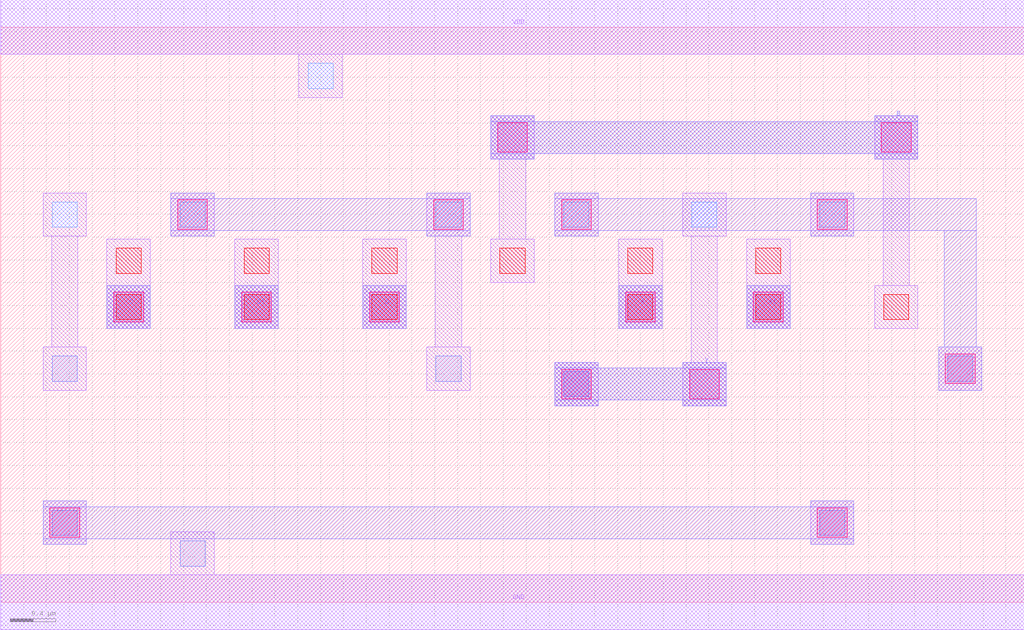
<source format=lef>
MACRO AOAAOI2112
 CLASS CORE ;
 FOREIGN AOAAOI2112 0 0 ;
 SIZE 8.96 BY 5.04 ;
 ORIGIN 0 0 ;
 SYMMETRY X Y R90 ;
 SITE unit ;
  PIN VDD
   DIRECTION INOUT ;
   USE POWER ;
   SHAPE ABUTMENT ;
    PORT
     CLASS CORE ;
       LAYER met1 ;
        RECT 0.00000000 4.80000000 8.96000000 5.28000000 ;
    END
  END VDD

  PIN GND
   DIRECTION INOUT ;
   USE POWER ;
   SHAPE ABUTMENT ;
    PORT
     CLASS CORE ;
       LAYER met1 ;
        RECT 0.00000000 -0.24000000 8.96000000 0.24000000 ;
    END
  END GND

  PIN Y
   DIRECTION INOUT ;
   USE SIGNAL ;
   SHAPE ABUTMENT ;
    PORT
     CLASS CORE ;
       LAYER met2 ;
        RECT 4.85000000 1.72200000 5.23000000 1.77200000 ;
        RECT 5.97000000 1.72200000 6.35000000 1.77200000 ;
        RECT 4.85000000 1.77200000 6.35000000 2.05200000 ;
        RECT 4.85000000 2.05200000 5.23000000 2.10200000 ;
        RECT 5.97000000 2.05200000 6.35000000 2.10200000 ;
    END
  END Y

  PIN C
   DIRECTION INOUT ;
   USE SIGNAL ;
   SHAPE ABUTMENT ;
    PORT
     CLASS CORE ;
       LAYER met2 ;
        RECT 0.93000000 2.39700000 1.31000000 2.77700000 ;
    END
  END C

  PIN B
   DIRECTION INOUT ;
   USE SIGNAL ;
   SHAPE ABUTMENT ;
    PORT
     CLASS CORE ;
       LAYER met2 ;
        RECT 4.29000000 3.88200000 4.67000000 3.93200000 ;
        RECT 7.65000000 3.88200000 8.03000000 3.93200000 ;
        RECT 4.29000000 3.93200000 8.03000000 4.21200000 ;
        RECT 4.29000000 4.21200000 4.67000000 4.26200000 ;
        RECT 7.65000000 4.21200000 8.03000000 4.26200000 ;
    END
  END B

  PIN A
   DIRECTION INOUT ;
   USE SIGNAL ;
   SHAPE ABUTMENT ;
    PORT
     CLASS CORE ;
       LAYER met2 ;
        RECT 5.41000000 2.39700000 5.79000000 2.77700000 ;
    END
  END A

  PIN A1
   DIRECTION INOUT ;
   USE SIGNAL ;
   SHAPE ABUTMENT ;
    PORT
     CLASS CORE ;
       LAYER met2 ;
        RECT 6.53000000 2.39700000 6.91000000 2.77700000 ;
    END
  END A1

  PIN D
   DIRECTION INOUT ;
   USE SIGNAL ;
   SHAPE ABUTMENT ;
    PORT
     CLASS CORE ;
       LAYER met2 ;
        RECT 3.17000000 2.39700000 3.55000000 2.77700000 ;
    END
  END D

  PIN D1
   DIRECTION INOUT ;
   USE SIGNAL ;
   SHAPE ABUTMENT ;
    PORT
     CLASS CORE ;
       LAYER met2 ;
        RECT 2.05000000 2.39700000 2.43000000 2.77700000 ;
    END
  END D1

 OBS
    LAYER polycont ;
     RECT 1.01000000 2.47700000 1.23000000 2.69700000 ;
     RECT 2.13000000 2.47700000 2.35000000 2.69700000 ;
     RECT 3.25000000 2.47700000 3.47000000 2.69700000 ;
     RECT 5.49000000 2.47700000 5.71000000 2.69700000 ;
     RECT 6.61000000 2.47700000 6.83000000 2.69700000 ;
     RECT 7.73000000 2.47700000 7.95000000 2.69700000 ;
     RECT 1.01000000 2.88200000 1.23000000 3.10200000 ;
     RECT 2.13000000 2.88200000 2.35000000 3.10200000 ;
     RECT 3.25000000 2.88200000 3.47000000 3.10200000 ;
     RECT 4.37000000 2.88200000 4.59000000 3.10200000 ;
     RECT 5.49000000 2.88200000 5.71000000 3.10200000 ;
     RECT 6.61000000 2.88200000 6.83000000 3.10200000 ;

    LAYER pdiffc ;
     RECT 0.45000000 3.28700000 0.67000000 3.50700000 ;
     RECT 1.57000000 3.28700000 1.79000000 3.50700000 ;
     RECT 3.81000000 3.28700000 4.03000000 3.50700000 ;
     RECT 4.93000000 3.28700000 5.15000000 3.50700000 ;
     RECT 6.05000000 3.28700000 6.27000000 3.50700000 ;
     RECT 7.17000000 3.28700000 7.39000000 3.50700000 ;
     RECT 2.69000000 4.50200000 2.91000000 4.72200000 ;

    LAYER ndiffc ;
     RECT 1.57000000 0.31700000 1.79000000 0.53700000 ;
     RECT 0.45000000 0.58700000 0.67000000 0.80700000 ;
     RECT 7.17000000 0.58700000 7.39000000 0.80700000 ;
     RECT 4.93000000 1.80200000 5.15000000 2.02200000 ;
     RECT 0.45000000 1.93700000 0.67000000 2.15700000 ;
     RECT 3.81000000 1.93700000 4.03000000 2.15700000 ;
     RECT 8.29000000 1.93700000 8.51000000 2.15700000 ;

    LAYER met1 ;
     RECT 0.00000000 -0.24000000 8.96000000 0.24000000 ;
     RECT 1.49000000 0.24000000 1.87000000 0.61700000 ;
     RECT 0.37000000 0.50700000 0.75000000 0.88700000 ;
     RECT 7.09000000 0.50700000 7.47000000 0.88700000 ;
     RECT 4.85000000 1.72200000 5.23000000 2.10200000 ;
     RECT 8.21000000 1.85700000 8.59000000 2.23700000 ;
     RECT 0.93000000 2.39700000 1.31000000 3.18200000 ;
     RECT 2.05000000 2.39700000 2.43000000 3.18200000 ;
     RECT 3.17000000 2.39700000 3.55000000 3.18200000 ;
     RECT 5.41000000 2.39700000 5.79000000 3.18200000 ;
     RECT 6.53000000 2.39700000 6.91000000 3.18200000 ;
     RECT 0.37000000 1.85700000 0.75000000 2.23700000 ;
     RECT 0.44500000 2.23700000 0.67500000 3.20700000 ;
     RECT 0.37000000 3.20700000 0.75000000 3.58700000 ;
     RECT 1.49000000 3.20700000 1.87000000 3.58700000 ;
     RECT 3.73000000 1.85700000 4.11000000 2.23700000 ;
     RECT 3.80500000 2.23700000 4.03500000 3.20700000 ;
     RECT 3.73000000 3.20700000 4.11000000 3.58700000 ;
     RECT 4.85000000 3.20700000 5.23000000 3.58700000 ;
     RECT 5.97000000 1.72200000 6.35000000 2.10200000 ;
     RECT 6.04500000 2.10200000 6.27500000 3.20700000 ;
     RECT 5.97000000 3.20700000 6.35000000 3.58700000 ;
     RECT 7.09000000 3.20700000 7.47000000 3.58700000 ;
     RECT 4.29000000 2.80200000 4.67000000 3.18200000 ;
     RECT 4.36500000 3.18200000 4.59500000 3.88200000 ;
     RECT 4.29000000 3.88200000 4.67000000 4.26200000 ;
     RECT 7.65000000 2.39700000 8.03000000 2.77700000 ;
     RECT 7.72500000 2.77700000 7.95500000 3.88200000 ;
     RECT 7.65000000 3.88200000 8.03000000 4.26200000 ;
     RECT 2.61000000 4.42200000 2.99000000 4.80000000 ;
     RECT 0.00000000 4.80000000 8.96000000 5.28000000 ;

    LAYER via1 ;
     RECT 0.43000000 0.56700000 0.69000000 0.82700000 ;
     RECT 7.15000000 0.56700000 7.41000000 0.82700000 ;
     RECT 4.91000000 1.78200000 5.17000000 2.04200000 ;
     RECT 6.03000000 1.78200000 6.29000000 2.04200000 ;
     RECT 8.27000000 1.91700000 8.53000000 2.17700000 ;
     RECT 0.99000000 2.45700000 1.25000000 2.71700000 ;
     RECT 2.11000000 2.45700000 2.37000000 2.71700000 ;
     RECT 3.23000000 2.45700000 3.49000000 2.71700000 ;
     RECT 5.47000000 2.45700000 5.73000000 2.71700000 ;
     RECT 6.59000000 2.45700000 6.85000000 2.71700000 ;
     RECT 1.55000000 3.26700000 1.81000000 3.52700000 ;
     RECT 3.79000000 3.26700000 4.05000000 3.52700000 ;
     RECT 4.91000000 3.26700000 5.17000000 3.52700000 ;
     RECT 7.15000000 3.26700000 7.41000000 3.52700000 ;
     RECT 4.35000000 3.94200000 4.61000000 4.20200000 ;
     RECT 7.71000000 3.94200000 7.97000000 4.20200000 ;

    LAYER met2 ;
     RECT 0.37000000 0.50700000 0.75000000 0.55700000 ;
     RECT 7.09000000 0.50700000 7.47000000 0.55700000 ;
     RECT 0.37000000 0.55700000 7.47000000 0.83700000 ;
     RECT 0.37000000 0.83700000 0.75000000 0.88700000 ;
     RECT 7.09000000 0.83700000 7.47000000 0.88700000 ;
     RECT 4.85000000 1.72200000 5.23000000 1.77200000 ;
     RECT 5.97000000 1.72200000 6.35000000 1.77200000 ;
     RECT 4.85000000 1.77200000 6.35000000 2.05200000 ;
     RECT 4.85000000 2.05200000 5.23000000 2.10200000 ;
     RECT 5.97000000 2.05200000 6.35000000 2.10200000 ;
     RECT 0.93000000 2.39700000 1.31000000 2.77700000 ;
     RECT 2.05000000 2.39700000 2.43000000 2.77700000 ;
     RECT 3.17000000 2.39700000 3.55000000 2.77700000 ;
     RECT 5.41000000 2.39700000 5.79000000 2.77700000 ;
     RECT 6.53000000 2.39700000 6.91000000 2.77700000 ;
     RECT 1.49000000 3.20700000 1.87000000 3.25700000 ;
     RECT 3.73000000 3.20700000 4.11000000 3.25700000 ;
     RECT 1.49000000 3.25700000 4.11000000 3.53700000 ;
     RECT 1.49000000 3.53700000 1.87000000 3.58700000 ;
     RECT 3.73000000 3.53700000 4.11000000 3.58700000 ;
     RECT 8.21000000 1.85700000 8.59000000 2.23700000 ;
     RECT 4.85000000 3.20700000 5.23000000 3.25700000 ;
     RECT 7.09000000 3.20700000 7.47000000 3.25700000 ;
     RECT 8.26000000 2.23700000 8.54000000 3.25700000 ;
     RECT 4.85000000 3.25700000 8.54000000 3.53700000 ;
     RECT 4.85000000 3.53700000 5.23000000 3.58700000 ;
     RECT 7.09000000 3.53700000 7.47000000 3.58700000 ;
     RECT 4.29000000 3.88200000 4.67000000 3.93200000 ;
     RECT 7.65000000 3.88200000 8.03000000 3.93200000 ;
     RECT 4.29000000 3.93200000 8.03000000 4.21200000 ;
     RECT 4.29000000 4.21200000 4.67000000 4.26200000 ;
     RECT 7.65000000 4.21200000 8.03000000 4.26200000 ;

 END
END AOAAOI2112

</source>
